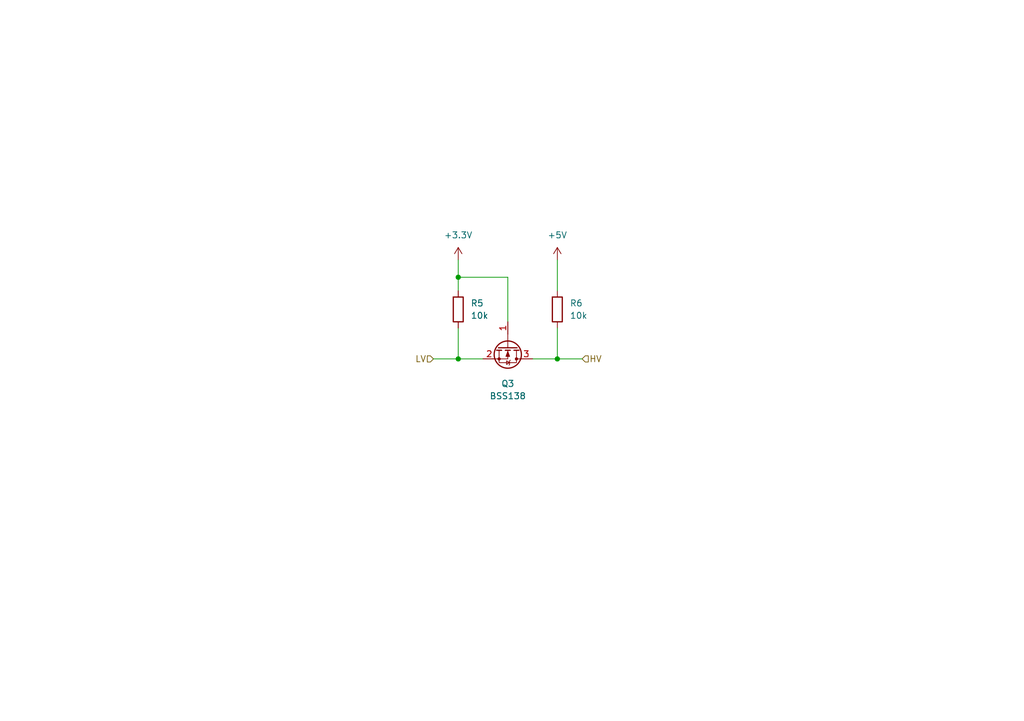
<source format=kicad_sch>
(kicad_sch (version 20211123) (generator eeschema)
  (paper "A5")
  (lib_symbols
    (symbol "Device:R" (pin_numbers hide) (pin_names (offset 0))
      (property "Reference" "R" (at 2.032 0 90))
      (property "Value" "R" (at 0 0 90))
      (symbol "R_0_1"
        (rectangle (start -1.016 -2.54) (end 1.016 2.54) (stroke (width 0.254)))
      )
      (symbol "R_1_1"
        (pin passive line (at 0 3.81 270) (length 1.27) (name "~") (number "1"))
        (pin passive line (at 0 -3.81 90) (length 1.27) (name "~") (number "2"))
      )
    )
    (symbol "Transistor_FET:BSS138" (pin_names hide)
      (property "Reference" "Q" (at 5.08 1.905 0))
      (property "Value" "BSS138" (at 5.08 0 0))
      (symbol "BSS138_0_1"
        (polyline (pts (xy 0.254 0) (xy -2.54 0)))
        (polyline (pts (xy 0.254 1.905) (xy 0.254 -1.905)) (stroke (width 0.254)))
        (polyline (pts (xy 0.762 -1.27) (xy 0.762 -2.286)) (stroke (width 0.254)))
        (polyline (pts (xy 0.762 0.508) (xy 0.762 -0.508)) (stroke (width 0.254)))
        (polyline (pts (xy 0.762 2.286) (xy 0.762 1.27)) (stroke (width 0.254)))
        (polyline (pts (xy 2.54 2.54) (xy 2.54 1.778)))
        (polyline (pts (xy 2.54 -2.54) (xy 2.54 0) (xy 0.762 0)))
        (polyline (pts (xy 0.762 -1.778) (xy 3.302 -1.778) (xy 3.302 1.778) (xy 0.762 1.778)))
        (polyline (pts (xy 1.016 0) (xy 2.032 0.381) (xy 2.032 -0.381) (xy 1.016 0)) (fill (type outline)))
        (polyline (pts (xy 2.794 0.508) (xy 2.921 0.381) (xy 3.683 0.381) (xy 3.81 0.254)))
        (polyline (pts (xy 3.302 0.381) (xy 2.921 -0.254) (xy 3.683 -0.254) (xy 3.302 0.381)))
        (circle (center 1.651 0) (radius 2.794) (stroke (width 0.254)))
        (circle (center 2.54 -1.778) (radius 0.254) (fill (type outline)))
        (circle (center 2.54 1.778) (radius 0.254) (fill (type outline)))
      )
      (symbol "BSS138_1_1"
        (pin input line (at -5.08 0 0) (length 2.54) (name "G") (number "1"))
        (pin passive line (at 2.54 -5.08 90) (length 2.54) (name "S") (number "2"))
        (pin passive line (at 2.54 5.08 270) (length 2.54) (name "D") (number "3"))
      )
    )
    (symbol "power:+3.3V" (power) (pin_names (offset 0))
      (property "Value" "+3.3V" (at 0 3.556 0))
      (symbol "+3.3V_0_1"
        (polyline (pts (xy -0.762 1.27) (xy 0 2.54)))
        (polyline (pts (xy 0 0) (xy 0 2.54)))
        (polyline (pts (xy 0 2.54) (xy 0.762 1.27)))
      )
      (symbol "+3.3V_1_1"
        (pin power_in line (at 0 0 90) (length 0) hide (name "+3.3V") (number "1"))
      )
    )
    (symbol "power:+5V" (power) (pin_names (offset 0))
      (property "Value" "+5V" (at 0 3.556 0))
      (symbol "+5V_0_1"
        (polyline (pts (xy -0.762 1.27) (xy 0 2.54)))
        (polyline (pts (xy 0 0) (xy 0 2.54)))
        (polyline (pts (xy 0 2.54) (xy 0.762 1.27)))
      )
      (symbol "+5V_1_1"
        (pin power_in line (at 0 0 90) (length 0) hide (name "+5V") (number "1"))
      )
    )
  )
  (junction (at 93.98 56.896))
  (junction (at 114.3 73.66))
  (junction (at 93.98 73.66))
  (wire (pts (xy 93.98 56.896) (xy 93.98 59.69)))
  (wire (pts (xy 114.3 67.31) (xy 114.3 73.66)))
  (wire (pts (xy 114.3 73.66) (xy 119.38 73.66)))
  (wire (pts (xy 88.9 73.66) (xy 93.98 73.66)))
  (wire (pts (xy 104.14 56.896) (xy 93.98 56.896)))
  (wire (pts (xy 93.98 73.66) (xy 99.06 73.66)))
  (wire (pts (xy 109.22 73.66) (xy 114.3 73.66)))
  (wire (pts (xy 104.14 66.04) (xy 104.14 56.896)))
  (wire (pts (xy 93.98 53.34) (xy 93.98 56.896)))
  (wire (pts (xy 93.98 67.31) (xy 93.98 73.66)))
  (wire (pts (xy 114.3 53.34) (xy 114.3 59.69)))
  (hierarchical_label "HV" (shape input) (at 119.38 73.66 0))
  (hierarchical_label "LV" (shape input) (at 88.9 73.66 180))
  (symbol (lib_id "Transistor_FET:BSS138") (at 104.14 71.12 270) (unit 1)
    (property "Reference" "Q3" (at 104.14 78.74 90))
    (property "Value" "BSS138" (at 104.14 81.28 90))
    (property "Footprint" "Package_TO_SOT_SMD:SOT-23" (effects hide))
    (property "Datasheet" "https://www.onsemi.com/pub/Collateral/BSS138-D.PDF" (effects hide))
  )
  (symbol (lib_id "power:+5V") (at 114.3 53.34 0) (unit 1)
    (property "Reference" "#PWR0105" (effects hide))
    (property "Value" "+5V" (at 114.3 48.26 0))
  )
  (symbol (lib_id "power:+3.3V") (at 93.98 53.34 0) (unit 1)
    (property "Reference" "#PWR0106" (effects hide))
    (property "Value" "+3.3V" (at 93.98 48.26 0))
  )
  (symbol (lib_id "Device:R") (at 93.98 63.5 0) (unit 1)
    (property "Reference" "R5" (at 96.52 62.2299 0) (effects (justify left)))
    (property "Value" "10k" (at 96.52 64.7699 0) (effects (justify left)))
    (property "Footprint" "Resistor_SMD:R_1206_3216Metric" (effects hide))
  )
  (symbol (lib_id "Device:R") (at 114.3 63.5 0) (unit 1)
    (property "Reference" "R6" (at 116.84 62.2299 0) (effects (justify left)))
    (property "Value" "10k" (at 116.84 64.7699 0) (effects (justify left)))
    (property "Footprint" "Resistor_SMD:R_1206_3216Metric" (effects hide))
  )
)
</source>
